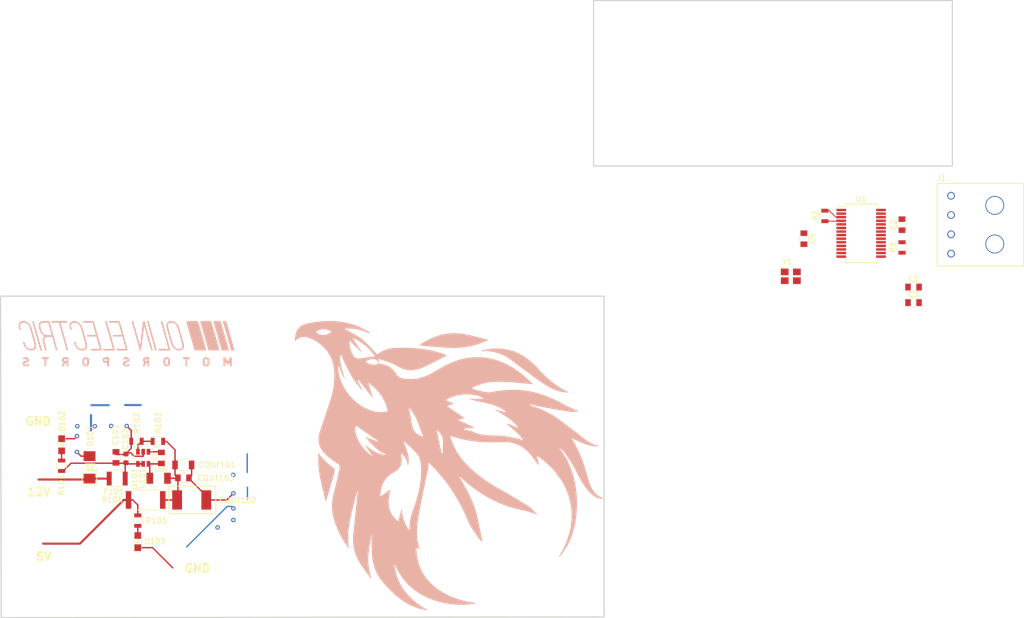
<source format=kicad_pcb>
(kicad_pcb (version 20171130) (host pcbnew 5.1.4-e60b266~84~ubuntu16.04.1)
  (layers (0 F.Cu signal) (31 B.Cu signal hide) (34 B.Paste user) (35 F.Paste user) (36 B.SilkS user) (37 F.SilkS user) (38 B.Mask user) (39 F.Mask user) (44 Edge.Cuts user))
  (net 0 "")
  (net 1 GND)
  (net 2 /12V)
  (net 3 VCC)
  (net 4 "Net-(C101-Pad1)")
  (net 5 "Net-(C103-Pad2)")
  (net 6 "Net-(C103-Pad1)")
  (net 7 "Net-(COUT101-Pad1)")
  (net 8 "Net-(D102-Pad2)")
  (net 9 "Net-(D103-Pad2)")
  (net 10 "Net-(R102-Pad1)")
  (net 11 "Net-(U1-Pad2)")
  (net 12 /CAN_LO)
  (net 13 /CAN_HI)
  (net 14 "Net-(U1-Pad5)")
  (net 15 "Net-(U1-Pad6)")
  (net 16 "Net-(U1-Pad7)")
  (net 17 "Net-(C4-Pad1)")
  (net 18 "Net-(C1-Pad1)")
  (net 19 "Net-(U1-Pad11)")
  (net 20 "Net-(U1-Pad12)")
  (net 21 "Net-(U1-Pad13)")
  (net 22 /SCK)
  (net 23 /MOSI)
  (net 24 /MISO)
  (net 25 /~CS~)
  (net 26 "Net-(R3-Pad1)")
  (net 27 "Net-(U1-Pad20)")
  (net 28 "Net-(U1-Pad21)")
  (net 29 "Net-(U1-Pad22)")
  (net 30 "Net-(U1-Pad23)")
  (net 31 "Net-(U1-Pad25)")
  (net 32 "Net-(J1-Pad1)")
  (net 33 /CANL)
  (net 34 /CANH)
  (module footprints:Fuse_1812 (layer F.Cu) (at 130.2893 113.411)
    (fp_text reference COUT102 (at 10.9957 0.049) (layer F.SilkS))
    (fp_text value C_33uF hide)
    (pad 1 smd rect (at 0 0) (size 1.78 3.5) (layers F.Cu F.Paste F.Mask) (net 7 "Net-(COUT101-Pad1)"))
    (pad 2 smd rect (at 5.28 0) (size 1.78 3.5) (layers F.Cu F.Paste F.Mask) (net 1 GND))
  )
  (module footprints:C_0805_OEM (layer F.Cu) (at 127.4318 105.791 270)
    (fp_text reference C103 (at 2.159 0.0032) (layer F.SilkS) (effects (font (size 0.6 0.6))))
    (fp_text value C_0.1uF hide)
    (pad 2 smd rect (at 1 0 270) (size 1 1.25) (layers F.Cu F.Paste F.Mask) (net 5 "Net-(C103-Pad2)"))
    (pad 1 smd rect (at -1 0 270) (size 1 1.25) (layers F.Cu F.Paste F.Mask) (net 6 "Net-(C103-Pad1)"))
  )
  (module footprints:Fuse_1210 (layer F.Cu) (at 119.4308 109.5375 180)
    (fp_text reference F101 (at 0.5958 -2.3725 180) (layer F.SilkS))
    (fp_text value F_500mA_16V hide)
    (pad 2 smd rect (at 1.45 0 180) (size 0.9 2.5) (layers F.Cu F.Paste F.Mask) (net 2 /12V))
    (pad 1 smd rect (at -1.45 0 180) (size 0.9 2.5) (layers F.Cu F.Paste F.Mask) (net 4 "Net-(C101-Pad1)"))
  )
  (module footprints:L_100uH (layer F.Cu) (at 126.9367 109.47654)
    (fp_text reference L101 (at -2.9267 -0.01654 270) (layer F.SilkS))
    (fp_text value L_100uH hide)
    (pad 1 smd rect (at -1.6 0) (size 1.2 2) (layers F.Cu F.Paste F.Mask) (net 5 "Net-(C103-Pad2)"))
    (pad 2 smd rect (at 1.6 0) (size 1.2 2) (layers F.Cu F.Paste F.Mask) (net 7 "Net-(COUT101-Pad1)"))
  )
  (module footprints:R_0805_OEM (layer F.Cu) (at 126.80442 102.78872 180)
    (fp_text reference R103 (at -0.03058 3.37872 270) (layer F.SilkS))
    (fp_text value R_100K hide)
    (pad 1 smd rect (at -0.95 0 180) (size 0.7 1.3) (layers F.Cu F.Paste F.Mask) (net 7 "Net-(COUT101-Pad1)"))
    (pad 2 smd rect (at 0.95 0 180) (size 0.7 1.3) (layers F.Cu F.Paste F.Mask) (net 10 "Net-(R102-Pad1)"))
  )
  (module footprints:R_0805_OEM (layer F.Cu) (at 122.91822 102.77348 180)
    (fp_text reference R102 (at -0.06678 3.31348 270) (layer F.SilkS))
    (fp_text value R_25K hide)
    (pad 2 smd rect (at 0.95 0 180) (size 0.7 1.3) (layers F.Cu F.Paste F.Mask) (net 1 GND))
    (pad 1 smd rect (at -0.95 0 180) (size 0.7 1.3) (layers F.Cu F.Paste F.Mask) (net 10 "Net-(R102-Pad1)"))
  )
  (module footprints:R_0805_OEM (layer F.Cu) (at 123.16 117.16 270)
    (fp_text reference R105 (at 0 -3.375) (layer F.SilkS))
    (fp_text value R_200 hide)
    (pad 1 smd rect (at -0.95 0 270) (size 0.7 1.3) (layers F.Cu F.Paste F.Mask) (net 3 VCC))
    (pad 2 smd rect (at 0.95 0 270) (size 0.7 1.3) (layers F.Cu F.Paste F.Mask) (net 9 "Net-(D103-Pad2)"))
  )
  (module footprints:R_2512_OEM (layer F.Cu) (at 124.5882 113.41608 180)
    (fp_text reference R104 (at 6.0532 0.00608 180) (layer F.SilkS))
    (fp_text value R_0_2512 hide)
    (pad 1 smd rect (at -3.1 0 180) (size 1 3.2) (layers F.Cu F.Paste F.Mask) (net 7 "Net-(COUT101-Pad1)"))
    (pad 2 smd rect (at 3.1 0 180) (size 1 3.2) (layers F.Cu F.Paste F.Mask) (net 3 VCC))
  )
  (module footprints:SOT-23-6_OEM (layer F.Cu) (at 124.1376 105.7758 270)
    (fp_text reference U101 (at 3.8092 1.5526 270) (layer F.SilkS))
    (fp_text value TPS560430YF hide)
    (pad 1 smd rect (at -1.1 -0.95 270) (size 1.06 0.65) (layers F.Cu F.Paste F.Mask) (net 6 "Net-(C103-Pad1)"))
    (pad 2 smd rect (at -1.1 0 270) (size 1.06 0.65) (layers F.Cu F.Paste F.Mask) (net 1 GND))
    (pad 3 smd rect (at -1.1 0.95 270) (size 1.06 0.65) (layers F.Cu F.Paste F.Mask) (net 10 "Net-(R102-Pad1)"))
    (pad 4 smd rect (at 1.1 0.95 270) (size 1.06 0.65) (layers F.Cu F.Paste F.Mask) (net 4 "Net-(C101-Pad1)"))
    (pad 6 smd rect (at 1.1 -0.95 270) (size 1.06 0.65) (layers F.Cu F.Paste F.Mask) (net 5 "Net-(C103-Pad2)"))
    (pad 5 smd rect (at 1.1 0 270) (size 1.06 0.65) (layers F.Cu F.Paste F.Mask) (net 4 "Net-(C101-Pad1)"))
  )
  (module footprints:C_1206_OEM (layer F.Cu) (at 131.4083 107.061)
    (fp_text reference COUT101 (at 6.1267 -0.001) (layer F.SilkS))
    (fp_text value C_22uF hide)
    (pad 1 smd rect (at -1.5 0) (size 1 1.6) (layers F.Cu F.Paste F.Mask) (net 7 "Net-(COUT101-Pad1)"))
    (pad 2 smd rect (at 1.5 0) (size 1 1.6) (layers F.Cu F.Paste F.Mask) (net 1 GND))
  )
  (module footprints:C_0805_OEM (layer F.Cu) (at 131.4323 109.4105)
    (fp_text reference COUT103 (at 5.8777 -0.0005) (layer F.SilkS))
    (fp_text value C_47uF hide)
    (pad 1 smd rect (at -1 0) (size 1 1.25) (layers F.Cu F.Paste F.Mask) (net 7 "Net-(COUT101-Pad1)"))
    (pad 2 smd rect (at 1 0) (size 1 1.25) (layers F.Cu F.Paste F.Mask) (net 1 GND))
  )
  (module footprints:DO-214AA (layer F.Cu) (at 114.4143 107.5055 90)
    (fp_text reference D101 (at 5.7205 0.1207 270) (layer F.SilkS))
    (fp_text value D_Zener_18V hide)
    (pad 2 smd rect (at 2.032 0 270) (size 1.778 2.159) (layers F.Cu F.Paste F.Mask) (net 1 GND))
    (pad 1 smd rect (at -2.032 0 270) (size 1.778 2.159) (layers F.Cu F.Paste F.Mask) (net 2 /12V))
  )
  (module footprints:LED_0805_OEM (layer F.Cu) (at 123.16 120.96 90)
    (fp_text reference D103 (at 0.05 3.1 180) (layer F.SilkS))
    (fp_text value LED_0805 hide)
    (pad 2 smd rect (at 1.1 0 270) (size 1.2 1.2) (layers F.Cu F.Paste F.Mask) (net 9 "Net-(D103-Pad2)"))
    (pad 1 smd rect (at -1.1 0 270) (size 1.2 1.2) (layers F.Cu F.Paste F.Mask) (net 1 GND))
  )
  (module footprints:Logo_Large (layer B.Cu) (at 121.158 85.09 180)
    (fp_text reference G*** hide)
    (fp_text value LOGO hide)
  )
  (module footprints:LED_0805_OEM (layer F.Cu) (at 109.36 103.41 270)
    (fp_text reference D102 (at -4.275 -0.05 90) (layer F.SilkS))
    (fp_text value LED_0805 hide)
    (pad 2 smd rect (at 1.1 0 90) (size 1.2 1.2) (layers F.Cu F.Paste F.Mask) (net 8 "Net-(D102-Pad2)"))
    (pad 1 smd rect (at -1.1 0 90) (size 1.2 1.2) (layers F.Cu F.Paste F.Mask) (net 1 GND))
  )
  (module footprints:R_0805_OEM (layer F.Cu) (at 109.36 107.21 90)
    (fp_text reference R101 (at -3.5 -0.05 270) (layer F.SilkS))
    (fp_text value R_200 hide)
    (pad 1 smd rect (at -0.95 0 90) (size 0.7 1.3) (layers F.Cu F.Paste F.Mask) (net 4 "Net-(C101-Pad1)"))
    (pad 2 smd rect (at 0.95 0 90) (size 0.7 1.3) (layers F.Cu F.Paste F.Mask) (net 8 "Net-(D102-Pad2)"))
  )
  (module footprints:phoenix (layer B.Cu) (at 179.578 107.188 180)
    (fp_text reference G*** hide)
    (fp_text value LOGO hide)
  )
  (module footprints:C_0805_OEM (layer F.Cu) (at 119.21236 105.68 90)
    (fp_text reference C101 (at 4.064 -0.08636 90) (layer F.SilkS))
    (fp_text value C_0.1uF hide)
    (pad 2 smd rect (at 1 0 90) (size 1 1.25) (layers F.Cu F.Paste F.Mask) (net 1 GND))
    (pad 1 smd rect (at -1 0 90) (size 1 1.25) (layers F.Cu F.Paste F.Mask) (net 4 "Net-(C101-Pad1)"))
  )
  (module footprints:C_0603_1608Metric (layer F.Cu) (at 121.0183 105.8705 90)
    (fp_text reference C102 (at 3.5085 -0.1143 90) (layer F.SilkS))
    (fp_text value C_2.2uF)
    (pad 1 smd roundrect (at -0.7875 0 90) (size 0.875 0.95) (layers F.Cu F.Paste F.Mask) (net 4 "Net-(C101-Pad1)"))
    (pad 2 smd roundrect (at 0.7875 0 90) (size 0.875 0.95) (layers F.Cu F.Paste F.Mask) (net 1 GND))
  )
  (module Package_SO:SSOP-28_5.3x10.2mm_P0.65mm (layer F.Cu) (at 254.21 65.065)
    (fp_text reference U1 (at 0 -6.25) (layer F.SilkS))
    (fp_text value MCP25625-x-SS)
    (pad 1 smd rect (at -3.6 -4.225) (size 1.75 0.45) (layers F.Cu F.Paste F.Mask) (net 3 VCC))
    (pad 2 smd rect (at -3.6 -3.575) (size 1.75 0.45) (layers F.Cu F.Paste F.Mask) (net 11 "Net-(U1-Pad2)"))
    (pad 3 smd rect (at -3.6 -2.925) (size 1.75 0.45) (layers F.Cu F.Paste F.Mask) (net 12 /CAN_LO))
    (pad 4 smd rect (at -3.6 -2.275) (size 1.75 0.45) (layers F.Cu F.Paste F.Mask) (net 13 /CAN_HI))
    (pad 5 smd rect (at -3.6 -1.625) (size 1.75 0.45) (layers F.Cu F.Paste F.Mask) (net 14 "Net-(U1-Pad5)"))
    (pad 6 smd rect (at -3.6 -0.975) (size 1.75 0.45) (layers F.Cu F.Paste F.Mask) (net 15 "Net-(U1-Pad6)"))
    (pad 7 smd rect (at -3.6 -0.325) (size 1.75 0.45) (layers F.Cu F.Paste F.Mask) (net 16 "Net-(U1-Pad7)"))
    (pad 8 smd rect (at -3.6 0.325) (size 1.75 0.45) (layers F.Cu F.Paste F.Mask) (net 17 "Net-(C4-Pad1)"))
    (pad 9 smd rect (at -3.6 0.975) (size 1.75 0.45) (layers F.Cu F.Paste F.Mask) (net 18 "Net-(C1-Pad1)"))
    (pad 10 smd rect (at -3.6 1.625) (size 1.75 0.45) (layers F.Cu F.Paste F.Mask) (net 1 GND))
    (pad 11 smd rect (at -3.6 2.275) (size 1.75 0.45) (layers F.Cu F.Paste F.Mask) (net 19 "Net-(U1-Pad11)"))
    (pad 12 smd rect (at -3.6 2.925) (size 1.75 0.45) (layers F.Cu F.Paste F.Mask) (net 20 "Net-(U1-Pad12)"))
    (pad 13 smd rect (at -3.6 3.575) (size 1.75 0.45) (layers F.Cu F.Paste F.Mask) (net 21 "Net-(U1-Pad13)"))
    (pad 14 smd rect (at -3.6 4.225) (size 1.75 0.45) (layers F.Cu F.Paste F.Mask) (net 22 /SCK))
    (pad 15 smd rect (at 3.6 4.225) (size 1.75 0.45) (layers F.Cu F.Paste F.Mask) (net 23 /MOSI))
    (pad 16 smd rect (at 3.6 3.575) (size 1.75 0.45) (layers F.Cu F.Paste F.Mask) (net 24 /MISO))
    (pad 17 smd rect (at 3.6 2.925) (size 1.75 0.45) (layers F.Cu F.Paste F.Mask) (net 25 /~CS~))
    (pad 18 smd rect (at 3.6 2.275) (size 1.75 0.45) (layers F.Cu F.Paste F.Mask) (net 26 "Net-(R3-Pad1)"))
    (pad 19 smd rect (at 3.6 1.625) (size 1.75 0.45) (layers F.Cu F.Paste F.Mask) (net 3 VCC))
    (pad 20 smd rect (at 3.6 0.975) (size 1.75 0.45) (layers F.Cu F.Paste F.Mask) (net 27 "Net-(U1-Pad20)"))
    (pad 21 smd rect (at 3.6 0.325) (size 1.75 0.45) (layers F.Cu F.Paste F.Mask) (net 28 "Net-(U1-Pad21)"))
    (pad 22 smd rect (at 3.6 -0.325) (size 1.75 0.45) (layers F.Cu F.Paste F.Mask) (net 29 "Net-(U1-Pad22)"))
    (pad 23 smd rect (at 3.6 -0.975) (size 1.75 0.45) (layers F.Cu F.Paste F.Mask) (net 30 "Net-(U1-Pad23)"))
    (pad 24 smd rect (at 3.6 -1.625) (size 1.75 0.45) (layers F.Cu F.Paste F.Mask) (net 27 "Net-(U1-Pad20)"))
    (pad 25 smd rect (at 3.6 -2.275) (size 1.75 0.45) (layers F.Cu F.Paste F.Mask) (net 31 "Net-(U1-Pad25)"))
    (pad 26 smd rect (at 3.6 -2.925) (size 1.75 0.45) (layers F.Cu F.Paste F.Mask) (net 1 GND))
    (pad 27 smd rect (at 3.6 -3.575) (size 1.75 0.45) (layers F.Cu F.Paste F.Mask) (net 3 VCC))
    (pad 28 smd rect (at 3.6 -4.225) (size 1.75 0.45) (layers F.Cu F.Paste F.Mask) (net 28 "Net-(U1-Pad21)"))
  )
  (module footprints:C_0805_OEM (layer F.Cu) (at 263.705001 74.810001)
    (fp_text reference C1 (at 0 -1.5) (layer F.SilkS))
    (fp_text value C_30pF hide)
    (pad 2 smd rect (at 1 0) (size 1 1.25) (layers F.Cu F.Paste F.Mask) (net 1 GND))
    (pad 1 smd rect (at -1 0) (size 1 1.25) (layers F.Cu F.Paste F.Mask) (net 18 "Net-(C1-Pad1)"))
  )
  (module footprints:C_0805_OEM (layer F.Cu) (at 261.62 63.5 90)
    (fp_text reference C2 (at 0 -1.5 90) (layer F.SilkS))
    (fp_text value C_0.1uF hide)
    (pad 1 smd rect (at -1 0 90) (size 1 1.25) (layers F.Cu F.Paste F.Mask) (net 3 VCC))
    (pad 2 smd rect (at 1 0 90) (size 1 1.25) (layers F.Cu F.Paste F.Mask) (net 1 GND))
  )
  (module footprints:C_0805_OEM (layer F.Cu) (at 263.705001 77.630001)
    (fp_text reference C3 (at 0 -1.5) (layer F.SilkS))
    (fp_text value C_100pF hide)
    (pad 2 smd rect (at 1 0) (size 1 1.25) (layers F.Cu F.Paste F.Mask) (net 1 GND))
    (pad 1 smd rect (at -1 0) (size 1 1.25) (layers F.Cu F.Paste F.Mask) (net 3 VCC))
  )
  (module footprints:C_0805_OEM (layer F.Cu) (at 243.84 66.04 270)
    (fp_text reference C4 (at 0 -1.5 90) (layer F.SilkS))
    (fp_text value C_30pF hide)
    (pad 1 smd rect (at -1 0 270) (size 1 1.25) (layers F.Cu F.Paste F.Mask) (net 17 "Net-(C4-Pad1)"))
    (pad 2 smd rect (at 1 0 270) (size 1 1.25) (layers F.Cu F.Paste F.Mask) (net 1 GND))
  )
  (module footprints:Ultrafit_4_RA (layer F.Cu) (at 270.51 63.5)
    (fp_text reference J1 (at -1.7526 -8.4836) (layer F.SilkS))
    (fp_text value Ultrafit_4_RA hide)
    (pad 1 thru_hole circle (at 0 -5.25) (size 1.397 1.397) (drill 1.02) (layers *.Cu *.Mask) (net 32 "Net-(J1-Pad1)"))
    (pad 4 thru_hole circle (at 0 5.25) (size 1.397 1.397) (drill 1.02) (layers *.Cu *.Mask) (net 33 /CANL))
    (pad "" thru_hole circle (at 7.91 3.5) (size 3.4 3.4) (drill 3.09) (layers *.Cu *.Mask))
    (pad 2 thru_hole circle (at 0 -1.75) (size 1.397 1.397) (drill 1.02) (layers *.Cu *.Mask) (net 1 GND))
    (pad 3 thru_hole circle (at 0 1.75) (size 1.397 1.397) (drill 1.02) (layers *.Cu *.Mask) (net 34 /CANH))
    (pad "" thru_hole circle (at 7.91 -3.5) (size 3.4 3.4) (drill 3.09) (layers *.Cu *.Mask))
  )
  (module footprints:R_0805_OEM (layer F.Cu) (at 247.65 61.91 90)
    (fp_text reference R2 (at 0 -1.65 90) (layer F.SilkS))
    (fp_text value R_100 hide)
    (pad 1 smd rect (at -0.95 0 90) (size 0.7 1.3) (layers F.Cu F.Paste F.Mask) (net 13 /CAN_HI))
    (pad 2 smd rect (at 0.95 0 90) (size 0.7 1.3) (layers F.Cu F.Paste F.Mask) (net 12 /CAN_LO))
  )
  (module footprints:R_0805_OEM (layer F.Cu) (at 261.62 67.63 90)
    (fp_text reference R3 (at 0 -1.65 90) (layer F.SilkS))
    (fp_text value R_10K hide)
    (pad 2 smd rect (at 0.95 0 90) (size 0.7 1.3) (layers F.Cu F.Paste F.Mask) (net 3 VCC))
    (pad 1 smd rect (at -0.95 0 90) (size 0.7 1.3) (layers F.Cu F.Paste F.Mask) (net 26 "Net-(R3-Pad1)"))
  )
  (module footprints:Crystal_SMD_FA238 (layer F.Cu) (at 241.47 72.86)
    (fp_text reference Y1 (at -0.67564 -2.66192) (layer F.SilkS))
    (fp_text value Crystal_SMD hide)
    (pad 1 smd rect (at -1.1 0.8) (size 1.4 1.2) (layers F.Cu F.Mask) (net 18 "Net-(C1-Pad1)"))
    (pad 2 smd rect (at 1.1 0.8) (size 1.4 1.2) (layers F.Cu F.Mask) (net 1 GND))
    (pad 3 smd rect (at 1.1 -0.8) (size 1.4 1.2) (layers F.Cu F.Mask) (net 17 "Net-(C4-Pad1)"))
    (pad 4 smd rect (at -1.1 -0.8) (size 1.4 1.2) (layers F.Cu F.Mask) (net 1 GND))
  )
  (gr_line (start 205.74 52.86) (end 205.74 22.86) (layer Edge.Cuts) (width 0.2))
  (gr_line (start 205.74 52.86) (end 270.74 52.86) (layer Edge.Cuts) (width 0.2))
  (gr_line (start 270.74 22.86) (end 270.74 52.86) (layer Edge.Cuts) (width 0.2))
  (gr_line (start 205.74 22.86) (end 270.74 22.86) (layer Edge.Cuts) (width 0.2))
  (gr_line (start 98.425 134.747) (end 98.298 76.454) (layer Edge.Cuts) (width 0.2))
  (gr_line (start 207.645 134.62) (end 98.425 134.747) (layer Edge.Cuts) (width 0.2))
  (gr_line (start 207.645 76.454) (end 207.645 134.62) (layer Edge.Cuts) (width 0.2))
  (gr_line (start 98.298 76.454) (end 207.645 76.454) (layer Edge.Cuts) (width 0.2))
  (gr_text GND (at 105.11282 99.1489) (layer F.SilkS) (effects (font (size 1.5 1.5) (thickness 0.3))))
  (gr_text 5V (at 106.11 123.685) (layer F.SilkS) (effects (font (size 1.5 1.5) (thickness 0.3))))
  (gr_text GND (at 133.96 125.81) (layer F.SilkS) (effects (font (size 1.5 1.5) (thickness 0.3))))
  (gr_text 12V (at 105.24998 111.95812) (layer F.SilkS) (effects (font (size 1.5 1.5) (thickness 0.3))))
  (via (at 140.47978 112.20958) (size 0.8) (drill 0.4) (layers F.Cu B.Cu) (net 1))
  (segment (start 140.47978 117.04574) (end 140.58138 117.14734) (width 0.25) (layer F.Cu) (net 1))
  (segment (start 142.98422 105.06456) (end 142.98422 108.36402) (width 0.25) (layer B.Cu) (net 1))
  (segment (start 142.98422 108.36402) (end 143.01978 108.39958) (width 0.25) (layer B.Cu) (net 1))
  (via (at 140.44422 108.87456) (size 0.8) (drill 0.4) (layers F.Cu B.Cu) (net 1))
  (via (at 140.47978 117.04574) (size 0.8) (drill 0.4) (layers F.Cu B.Cu) (net 1))
  (segment (start 143.01978 112.670055) (end 143.02232 112.667515) (width 0.25) (layer B.Cu) (net 1))
  (segment (start 143.01978 113.23574) (end 143.01978 112.670055) (width 0.25) (layer B.Cu) (net 1))
  (via (at 140.47978 114.94516) (size 0.8) (drill 0.4) (layers F.Cu B.Cu) (net 1))
  (segment (start 143.02232 111.1377) (end 143.01978 111.13516) (width 0.25) (layer B.Cu) (net 1))
  (segment (start 143.02232 112.667515) (end 143.02232 111.1377) (width 0.25) (layer B.Cu) (net 1))
  (via (at 121.16562 100.01504) (size 0.8) (drill 0.4) (layers F.Cu B.Cu) (net 1))
  (via (at 118.33606 100.00234) (size 0.8) (drill 0.4) (layers F.Cu B.Cu) (net 1))
  (segment (start 123.70562 96.20504) (end 120.88876 96.20504) (width 0.381) (layer B.Cu) (net 1))
  (segment (start 120.88876 96.20504) (end 120.87606 96.19234) (width 0.381) (layer B.Cu) (net 1))
  (via (at 115.3668 100.04044) (size 0.8) (drill 0.4) (layers F.Cu B.Cu) (net 1))
  (segment (start 115.4049 100.00234) (end 115.3668 100.04044) (width 0.381) (layer F.Cu) (net 1))
  (segment (start 117.9068 96.23044) (end 117.341115 96.23044) (width 0.381) (layer B.Cu) (net 1))
  (via (at 112.21212 100.04044) (size 0.8) (drill 0.4) (layers F.Cu B.Cu) (net 1))
  (segment (start 117.341115 96.23044) (end 114.75212 96.23044) (width 0.381) (layer B.Cu) (net 1))
  (via (at 112.14862 101.83876) (size 0.8) (drill 0.4) (layers F.Cu B.Cu) (net 1))
  (segment (start 112.21212 101.77526) (end 112.14862 101.83876) (width 0.381) (layer F.Cu) (net 1))
  (via (at 112.13592 104.71912) (size 0.8) (drill 0.4) (layers F.Cu B.Cu) (net 1))
  (segment (start 114.68862 98.02876) (end 114.68862 100.89642) (width 0.381) (layer B.Cu) (net 1))
  (segment (start 114.68862 100.89642) (end 114.67592 100.90912) (width 0.381) (layer B.Cu) (net 1))
  (segment (start 113.65992 104.71912) (end 114.4143 105.4735) (width 0.381) (layer F.Cu) (net 1))
  (via (at 137.61466 118.39956) (size 0.8) (drill 0.4) (layers F.Cu B.Cu) (net 1))
  (segment (start 139.34948 114.58956) (end 140.15466 114.58956) (width 0.25) (layer B.Cu) (net 1))
  (segment (start 132.0292 121.90984) (end 139.34948 114.58956) (width 0.25) (layer B.Cu) (net 1))
  (segment (start 114.2238 105.4735) (end 114.4143 105.4735) (width 0.1524) (layer F.Cu) (net 1))
  (segment (start 125.82936 122.06) (end 129.4892 125.71984) (width 0.254) (layer F.Cu) (net 1))
  (segment (start 123.16 122.06) (end 125.82936 122.06) (width 0.254) (layer F.Cu) (net 1))
  (segment (start 139.27836 113.411) (end 140.47978 112.20958) (width 0.254) (layer F.Cu) (net 1))
  (segment (start 135.5693 113.411) (end 139.27836 113.411) (width 0.254) (layer F.Cu) (net 1))
  (segment (start 120.71512 105.17368) (end 121.0183 104.8705) (width 0.254) (layer F.Cu) (net 1))
  (segment (start 119.21236 105.17368) (end 120.71512 105.17368) (width 0.254) (layer F.Cu) (net 1))
  (segment (start 121.1433 104.8705) (end 121.0183 104.8705) (width 0.254) (layer F.Cu) (net 1))
  (segment (start 121.96822 104.04558) (end 121.1433 104.8705) (width 0.254) (layer F.Cu) (net 1))
  (segment (start 121.96822 102.77348) (end 121.96822 104.04558) (width 0.254) (layer F.Cu) (net 1))
  (segment (start 121.96822 100.81764) (end 121.16562 100.01504) (width 0.254) (layer F.Cu) (net 1))
  (segment (start 121.96822 102.77348) (end 121.96822 100.81764) (width 0.254) (layer F.Cu) (net 1))
  (segment (start 111.67738 102.31) (end 112.14862 101.83876) (width 0.254) (layer F.Cu) (net 1))
  (segment (start 109.36 102.31) (end 111.67738 102.31) (width 0.254) (layer F.Cu) (net 1))
  (segment (start 132.9083 108.9345) (end 132.4323 109.4105) (width 0.254) (layer F.Cu) (net 1))
  (segment (start 132.9083 107.061) (end 132.9083 108.9345) (width 0.254) (layer F.Cu) (net 1))
  (segment (start 135.5693 112.6725) (end 135.5693 113.411) (width 0.254) (layer F.Cu) (net 1))
  (segment (start 132.4323 109.5355) (end 135.5693 112.6725) (width 0.254) (layer F.Cu) (net 1))
  (segment (start 132.4323 109.4105) (end 132.4323 109.5355) (width 0.254) (layer F.Cu) (net 1))
  (segment (start 124.1376 105.4598) (end 124.1376 104.6758) (width 0.254) (layer F.Cu) (net 1))
  (segment (start 124.112199 105.485201) (end 124.1376 105.4598) (width 0.254) (layer F.Cu) (net 1))
  (segment (start 122.512001 105.485201) (end 124.112199 105.485201) (width 0.254) (layer F.Cu) (net 1))
  (segment (start 121.8973 104.8705) (end 122.512001 105.485201) (width 0.254) (layer F.Cu) (net 1))
  (segment (start 121.0183 104.8705) (end 121.8973 104.8705) (width 0.254) (layer F.Cu) (net 1))
  (segment (start 112.8903 105.4735) (end 112.13592 104.71912) (width 0.254) (layer F.Cu) (net 1))
  (segment (start 114.4143 105.4735) (end 112.8903 105.4735) (width 0.254) (layer F.Cu) (net 1))
  (segment (start 114.36666 109.58514) (end 114.4143 109.5375) (width 0.381) (layer F.Cu) (net 2))
  (segment (start 114.24666 109.70514) (end 114.4143 109.5375) (width 0.381) (layer F.Cu) (net 2))
  (segment (start 105.1941 109.70514) (end 114.24666 109.70514) (width 0.381) (layer F.Cu) (net 2))
  (segment (start 114.4143 109.5375) (end 117.9808 109.5375) (width 0.381) (layer F.Cu) (net 2))
  (segment (start 120.6072 113.41608) (end 112.68828 121.335) (width 0.381) (layer F.Cu) (net 3))
  (segment (start 121.4882 113.41608) (end 120.6072 113.41608) (width 0.381) (layer F.Cu) (net 3))
  (segment (start 112.68828 121.335) (end 106.01 121.335) (width 0.381) (layer F.Cu) (net 3))
  (segment (start 123.16 115.606) (end 123.16 116.21) (width 0.254) (layer F.Cu) (net 3))
  (segment (start 121.4882 113.41608) (end 122.2422 113.41608) (width 0.254) (layer F.Cu) (net 3))
  (segment (start 122.2422 113.41608) (end 123.16 114.33388) (width 0.254) (layer F.Cu) (net 3))
  (segment (start 123.16 114.33388) (end 123.16 115.606) (width 0.254) (layer F.Cu) (net 3))
  (segment (start 123.1876 106.8758) (end 124.1376 106.8758) (width 0.381) (layer F.Cu) (net 4))
  (segment (start 120.89648 106.74868) (end 121.0183 106.8705) (width 0.254) (layer F.Cu) (net 4))
  (segment (start 119.21236 106.74868) (end 120.89648 106.74868) (width 0.254) (layer F.Cu) (net 4))
  (segment (start 123.1823 106.8705) (end 123.1876 106.8758) (width 0.254) (layer F.Cu) (net 4))
  (segment (start 121.0183 106.8705) (end 123.1823 106.8705) (width 0.254) (layer F.Cu) (net 4))
  (segment (start 120.8808 107.008) (end 121.0183 106.8705) (width 0.254) (layer F.Cu) (net 4))
  (segment (start 120.8808 109.5375) (end 120.8808 107.008) (width 0.254) (layer F.Cu) (net 4))
  (segment (start 109.36 108.16) (end 109.66 108.16) (width 0.254) (layer F.Cu) (net 4))
  (segment (start 118.63736 106.74868) (end 119.21236 106.74868) (width 0.254) (layer F.Cu) (net 4))
  (segment (start 109.66 108.16) (end 111.07132 106.74868) (width 0.254) (layer F.Cu) (net 4))
  (segment (start 111.07132 106.74868) (end 118.63736 106.74868) (width 0.254) (layer F.Cu) (net 4))
  (segment (start 125.0876 109.22744) (end 125.3367 109.47654) (width 0.25) (layer F.Cu) (net 5))
  (segment (start 127.347 106.8758) (end 127.4318 106.791) (width 0.254) (layer F.Cu) (net 5))
  (segment (start 125.0876 106.8758) (end 127.347 106.8758) (width 0.254) (layer F.Cu) (net 5))
  (segment (start 125.3367 109.47654) (end 125.3367 107.1249) (width 0.254) (layer F.Cu) (net 5))
  (segment (start 125.3367 107.1249) (end 125.0876 106.8758) (width 0.254) (layer F.Cu) (net 5))
  (segment (start 127.3166 104.6758) (end 127.4318 104.791) (width 0.254) (layer F.Cu) (net 6))
  (segment (start 125.0876 104.6758) (end 127.3166 104.6758) (width 0.254) (layer F.Cu) (net 6))
  (segment (start 127.75442 102.78872) (end 127.75442 102.48872) (width 0.25) (layer F.Cu) (net 7))
  (segment (start 127.69328 113.411) (end 127.6882 113.41608) (width 0.25) (layer F.Cu) (net 7))
  (segment (start 130.34264 109.47654) (end 130.43154 109.38764) (width 0.25) (layer F.Cu) (net 7))
  (segment (start 130.43154 113.26876) (end 130.2893 113.411) (width 0.25) (layer F.Cu) (net 7))
  (segment (start 130.28422 113.41608) (end 130.2893 113.411) (width 0.254) (layer F.Cu) (net 7))
  (segment (start 127.6882 113.41608) (end 130.28422 113.41608) (width 0.254) (layer F.Cu) (net 7))
  (segment (start 130.4323 113.268) (end 130.2893 113.411) (width 0.254) (layer F.Cu) (net 7))
  (segment (start 130.4323 109.4105) (end 130.4323 113.268) (width 0.254) (layer F.Cu) (net 7))
  (segment (start 130.36626 109.47654) (end 130.4323 109.4105) (width 0.254) (layer F.Cu) (net 7))
  (segment (start 128.5367 109.47654) (end 130.36626 109.47654) (width 0.254) (layer F.Cu) (net 7))
  (segment (start 129.9083 108.8865) (end 130.4323 109.4105) (width 0.254) (layer F.Cu) (net 7))
  (segment (start 129.9083 107.061) (end 129.9083 108.8865) (width 0.254) (layer F.Cu) (net 7))
  (segment (start 128.35842 102.78872) (end 127.75442 102.78872) (width 0.254) (layer F.Cu) (net 7))
  (segment (start 129.9083 104.3386) (end 128.35842 102.78872) (width 0.254) (layer F.Cu) (net 7))
  (segment (start 129.9083 107.061) (end 129.9083 104.3386) (width 0.254) (layer F.Cu) (net 7))
  (segment (start 109.36 104.51) (end 109.36 106.26) (width 0.254) (layer F.Cu) (net 8))
  (segment (start 123.16 118.11) (end 123.16 119.86) (width 0.254) (layer F.Cu) (net 9))
  (segment (start 125.83918 102.77348) (end 125.85442 102.78872) (width 0.254) (layer F.Cu) (net 10))
  (segment (start 123.86822 102.77348) (end 125.83918 102.77348) (width 0.254) (layer F.Cu) (net 10))
  (segment (start 123.1876 103.4541) (end 123.1876 104.6758) (width 0.254) (layer F.Cu) (net 10))
  (segment (start 123.86822 102.77348) (end 123.1876 103.4541) (width 0.254) (layer F.Cu) (net 10))
  (segment (start 249.6324 62.14) (end 250.61 62.14) (width 0.1524) (layer F.Cu) (net 12))
  (segment (start 248.4524 60.96) (end 249.6324 62.14) (width 0.1524) (layer F.Cu) (net 12))
  (segment (start 247.65 60.96) (end 248.4524 60.96) (width 0.1524) (layer F.Cu) (net 12))
  (segment (start 250.54 62.86) (end 250.61 62.79) (width 0.1524) (layer F.Cu) (net 13))
  (segment (start 247.65 62.86) (end 250.54 62.86) (width 0.1524) (layer F.Cu) (net 13))
)
</source>
